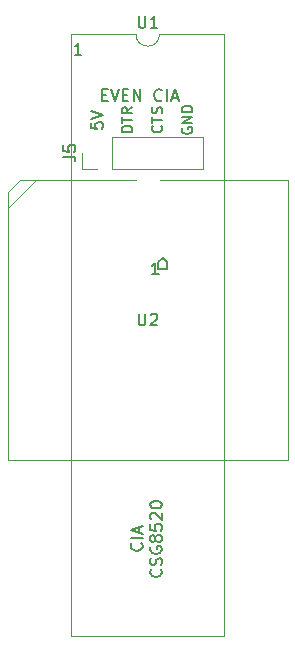
<source format=gto>
G04 #@! TF.GenerationSoftware,KiCad,Pcbnew,(5.1.6-0)*
G04 #@! TF.CreationDate,2023-03-06T07:47:12+01:00*
G04 #@! TF.ProjectId,CIAAdapter,43494141-6461-4707-9465-722e6b696361,rev?*
G04 #@! TF.SameCoordinates,Original*
G04 #@! TF.FileFunction,Legend,Top*
G04 #@! TF.FilePolarity,Positive*
%FSLAX46Y46*%
G04 Gerber Fmt 4.6, Leading zero omitted, Abs format (unit mm)*
G04 Created by KiCad (PCBNEW (5.1.6-0)) date 2023-03-06 07:47:12*
%MOMM*%
%LPD*%
G01*
G04 APERTURE LIST*
%ADD10C,0.200000*%
%ADD11C,0.150000*%
%ADD12C,0.120000*%
G04 APERTURE END LIST*
D10*
X33409333Y-34282071D02*
X33742666Y-34282071D01*
X33885523Y-34805880D02*
X33409333Y-34805880D01*
X33409333Y-33805880D01*
X33885523Y-33805880D01*
X34171238Y-33805880D02*
X34504571Y-34805880D01*
X34837904Y-33805880D01*
X35171238Y-34282071D02*
X35504571Y-34282071D01*
X35647428Y-34805880D02*
X35171238Y-34805880D01*
X35171238Y-33805880D01*
X35647428Y-33805880D01*
X36076000Y-34805880D02*
X36076000Y-33805880D01*
X36647428Y-34805880D01*
X36647428Y-33805880D01*
X38456952Y-34710642D02*
X38409333Y-34758261D01*
X38266476Y-34805880D01*
X38171238Y-34805880D01*
X38028380Y-34758261D01*
X37933142Y-34663023D01*
X37885523Y-34567785D01*
X37837904Y-34377309D01*
X37837904Y-34234452D01*
X37885523Y-34043976D01*
X37933142Y-33948738D01*
X38028380Y-33853500D01*
X38171238Y-33805880D01*
X38266476Y-33805880D01*
X38409333Y-33853500D01*
X38456952Y-33901119D01*
X38885523Y-34805880D02*
X38885523Y-33805880D01*
X39314095Y-34520166D02*
X39790285Y-34520166D01*
X39218857Y-34805880D02*
X39552190Y-33805880D01*
X39885523Y-34805880D01*
D11*
X32472380Y-36639476D02*
X32472380Y-37115666D01*
X32948571Y-37163285D01*
X32900952Y-37115666D01*
X32853333Y-37020428D01*
X32853333Y-36782333D01*
X32900952Y-36687095D01*
X32948571Y-36639476D01*
X33043809Y-36591857D01*
X33281904Y-36591857D01*
X33377142Y-36639476D01*
X33424761Y-36687095D01*
X33472380Y-36782333D01*
X33472380Y-37020428D01*
X33424761Y-37115666D01*
X33377142Y-37163285D01*
X32472380Y-36306142D02*
X33472380Y-35972809D01*
X32472380Y-35639476D01*
X38421428Y-36878357D02*
X38464285Y-36921214D01*
X38507142Y-37049785D01*
X38507142Y-37135500D01*
X38464285Y-37264071D01*
X38378571Y-37349785D01*
X38292857Y-37392642D01*
X38121428Y-37435500D01*
X37992857Y-37435500D01*
X37821428Y-37392642D01*
X37735714Y-37349785D01*
X37650000Y-37264071D01*
X37607142Y-37135500D01*
X37607142Y-37049785D01*
X37650000Y-36921214D01*
X37692857Y-36878357D01*
X37607142Y-36621214D02*
X37607142Y-36106928D01*
X38507142Y-36364071D02*
X37607142Y-36364071D01*
X38464285Y-35849785D02*
X38507142Y-35721214D01*
X38507142Y-35506928D01*
X38464285Y-35421214D01*
X38421428Y-35378357D01*
X38335714Y-35335500D01*
X38250000Y-35335500D01*
X38164285Y-35378357D01*
X38121428Y-35421214D01*
X38078571Y-35506928D01*
X38035714Y-35678357D01*
X37992857Y-35764071D01*
X37950000Y-35806928D01*
X37864285Y-35849785D01*
X37778571Y-35849785D01*
X37692857Y-35806928D01*
X37650000Y-35764071D01*
X37607142Y-35678357D01*
X37607142Y-35464071D01*
X37650000Y-35335500D01*
X35967142Y-37414071D02*
X35067142Y-37414071D01*
X35067142Y-37199785D01*
X35110000Y-37071214D01*
X35195714Y-36985500D01*
X35281428Y-36942642D01*
X35452857Y-36899785D01*
X35581428Y-36899785D01*
X35752857Y-36942642D01*
X35838571Y-36985500D01*
X35924285Y-37071214D01*
X35967142Y-37199785D01*
X35967142Y-37414071D01*
X35067142Y-36642642D02*
X35067142Y-36128357D01*
X35967142Y-36385500D02*
X35067142Y-36385500D01*
X35967142Y-35314071D02*
X35538571Y-35614071D01*
X35967142Y-35828357D02*
X35067142Y-35828357D01*
X35067142Y-35485500D01*
X35110000Y-35399785D01*
X35152857Y-35356928D01*
X35238571Y-35314071D01*
X35367142Y-35314071D01*
X35452857Y-35356928D01*
X35495714Y-35399785D01*
X35538571Y-35485500D01*
X35538571Y-35828357D01*
X40190000Y-37071214D02*
X40147142Y-37156928D01*
X40147142Y-37285500D01*
X40190000Y-37414071D01*
X40275714Y-37499785D01*
X40361428Y-37542642D01*
X40532857Y-37585500D01*
X40661428Y-37585500D01*
X40832857Y-37542642D01*
X40918571Y-37499785D01*
X41004285Y-37414071D01*
X41047142Y-37285500D01*
X41047142Y-37199785D01*
X41004285Y-37071214D01*
X40961428Y-37028357D01*
X40661428Y-37028357D01*
X40661428Y-37199785D01*
X41047142Y-36642642D02*
X40147142Y-36642642D01*
X41047142Y-36128357D01*
X40147142Y-36128357D01*
X41047142Y-35699785D02*
X40147142Y-35699785D01*
X40147142Y-35485500D01*
X40190000Y-35356928D01*
X40275714Y-35271214D01*
X40361428Y-35228357D01*
X40532857Y-35185500D01*
X40661428Y-35185500D01*
X40832857Y-35228357D01*
X40918571Y-35271214D01*
X41004285Y-35356928D01*
X41047142Y-35485500D01*
X41047142Y-35699785D01*
X38163547Y-49029880D02*
X38163547Y-48458452D01*
X38544500Y-48077500D01*
X38925452Y-48458452D01*
X38925452Y-49029880D01*
X38163547Y-49029880D01*
X38195214Y-49474380D02*
X37623785Y-49474380D01*
X37909500Y-49474380D02*
X37909500Y-48474380D01*
X37814261Y-48617238D01*
X37719023Y-48712476D01*
X37623785Y-48760095D01*
X31654714Y-30868880D02*
X31083285Y-30868880D01*
X31369000Y-30868880D02*
X31369000Y-29868880D01*
X31273761Y-30011738D01*
X31178523Y-30106976D01*
X31083285Y-30154595D01*
X36743142Y-72239142D02*
X36790761Y-72286761D01*
X36838380Y-72429619D01*
X36838380Y-72524857D01*
X36790761Y-72667714D01*
X36695523Y-72762952D01*
X36600285Y-72810571D01*
X36409809Y-72858190D01*
X36266952Y-72858190D01*
X36076476Y-72810571D01*
X35981238Y-72762952D01*
X35886000Y-72667714D01*
X35838380Y-72524857D01*
X35838380Y-72429619D01*
X35886000Y-72286761D01*
X35933619Y-72239142D01*
X36838380Y-71810571D02*
X35838380Y-71810571D01*
X36552666Y-71382000D02*
X36552666Y-70905809D01*
X36838380Y-71477238D02*
X35838380Y-71143904D01*
X36838380Y-70810571D01*
X38393142Y-74453428D02*
X38440761Y-74501047D01*
X38488380Y-74643904D01*
X38488380Y-74739142D01*
X38440761Y-74882000D01*
X38345523Y-74977238D01*
X38250285Y-75024857D01*
X38059809Y-75072476D01*
X37916952Y-75072476D01*
X37726476Y-75024857D01*
X37631238Y-74977238D01*
X37536000Y-74882000D01*
X37488380Y-74739142D01*
X37488380Y-74643904D01*
X37536000Y-74501047D01*
X37583619Y-74453428D01*
X38440761Y-74072476D02*
X38488380Y-73929619D01*
X38488380Y-73691523D01*
X38440761Y-73596285D01*
X38393142Y-73548666D01*
X38297904Y-73501047D01*
X38202666Y-73501047D01*
X38107428Y-73548666D01*
X38059809Y-73596285D01*
X38012190Y-73691523D01*
X37964571Y-73882000D01*
X37916952Y-73977238D01*
X37869333Y-74024857D01*
X37774095Y-74072476D01*
X37678857Y-74072476D01*
X37583619Y-74024857D01*
X37536000Y-73977238D01*
X37488380Y-73882000D01*
X37488380Y-73643904D01*
X37536000Y-73501047D01*
X37536000Y-72548666D02*
X37488380Y-72643904D01*
X37488380Y-72786761D01*
X37536000Y-72929619D01*
X37631238Y-73024857D01*
X37726476Y-73072476D01*
X37916952Y-73120095D01*
X38059809Y-73120095D01*
X38250285Y-73072476D01*
X38345523Y-73024857D01*
X38440761Y-72929619D01*
X38488380Y-72786761D01*
X38488380Y-72691523D01*
X38440761Y-72548666D01*
X38393142Y-72501047D01*
X38059809Y-72501047D01*
X38059809Y-72691523D01*
X37916952Y-71929619D02*
X37869333Y-72024857D01*
X37821714Y-72072476D01*
X37726476Y-72120095D01*
X37678857Y-72120095D01*
X37583619Y-72072476D01*
X37536000Y-72024857D01*
X37488380Y-71929619D01*
X37488380Y-71739142D01*
X37536000Y-71643904D01*
X37583619Y-71596285D01*
X37678857Y-71548666D01*
X37726476Y-71548666D01*
X37821714Y-71596285D01*
X37869333Y-71643904D01*
X37916952Y-71739142D01*
X37916952Y-71929619D01*
X37964571Y-72024857D01*
X38012190Y-72072476D01*
X38107428Y-72120095D01*
X38297904Y-72120095D01*
X38393142Y-72072476D01*
X38440761Y-72024857D01*
X38488380Y-71929619D01*
X38488380Y-71739142D01*
X38440761Y-71643904D01*
X38393142Y-71596285D01*
X38297904Y-71548666D01*
X38107428Y-71548666D01*
X38012190Y-71596285D01*
X37964571Y-71643904D01*
X37916952Y-71739142D01*
X37488380Y-70643904D02*
X37488380Y-71120095D01*
X37964571Y-71167714D01*
X37916952Y-71120095D01*
X37869333Y-71024857D01*
X37869333Y-70786761D01*
X37916952Y-70691523D01*
X37964571Y-70643904D01*
X38059809Y-70596285D01*
X38297904Y-70596285D01*
X38393142Y-70643904D01*
X38440761Y-70691523D01*
X38488380Y-70786761D01*
X38488380Y-71024857D01*
X38440761Y-71120095D01*
X38393142Y-71167714D01*
X37583619Y-70215333D02*
X37536000Y-70167714D01*
X37488380Y-70072476D01*
X37488380Y-69834380D01*
X37536000Y-69739142D01*
X37583619Y-69691523D01*
X37678857Y-69643904D01*
X37774095Y-69643904D01*
X37916952Y-69691523D01*
X38488380Y-70262952D01*
X38488380Y-69643904D01*
X37488380Y-69024857D02*
X37488380Y-68929619D01*
X37536000Y-68834380D01*
X37583619Y-68786761D01*
X37678857Y-68739142D01*
X37869333Y-68691523D01*
X38107428Y-68691523D01*
X38297904Y-68739142D01*
X38393142Y-68786761D01*
X38440761Y-68834380D01*
X38488380Y-68929619D01*
X38488380Y-69024857D01*
X38440761Y-69120095D01*
X38393142Y-69167714D01*
X38297904Y-69215333D01*
X38107428Y-69262952D01*
X37869333Y-69262952D01*
X37678857Y-69215333D01*
X37583619Y-69167714D01*
X37536000Y-69120095D01*
X37488380Y-69024857D01*
D12*
X25527000Y-43751500D02*
X27813000Y-41465500D01*
X31690000Y-40509500D02*
X31690000Y-39179500D01*
X33020000Y-40509500D02*
X31690000Y-40509500D01*
X34290000Y-40509500D02*
X34290000Y-37849500D01*
X34290000Y-37849500D02*
X41970000Y-37849500D01*
X34290000Y-40509500D02*
X41970000Y-40509500D01*
X41970000Y-40509500D02*
X41970000Y-37849500D01*
X43734500Y-29150000D02*
X38274500Y-29150000D01*
X43734500Y-80070000D02*
X43734500Y-29150000D01*
X30814500Y-80070000D02*
X43734500Y-80070000D01*
X30814500Y-29150000D02*
X30814500Y-80070000D01*
X36274500Y-29150000D02*
X30814500Y-29150000D01*
X38274500Y-29150000D02*
G75*
G02*
X36274500Y-29150000I-1000000J0D01*
G01*
X36274500Y-41490000D02*
X26424500Y-41490000D01*
X26424500Y-41490000D02*
X25424500Y-42490000D01*
X25424500Y-42490000D02*
X25424500Y-65190000D01*
X25424500Y-65190000D02*
X49124500Y-65190000D01*
X49124500Y-65190000D02*
X49124500Y-41490000D01*
X49124500Y-41490000D02*
X38274500Y-41490000D01*
D11*
X30142380Y-39512833D02*
X30856666Y-39512833D01*
X30999523Y-39560452D01*
X31094761Y-39655690D01*
X31142380Y-39798547D01*
X31142380Y-39893785D01*
X30142380Y-38560452D02*
X30142380Y-39036642D01*
X30618571Y-39084261D01*
X30570952Y-39036642D01*
X30523333Y-38941404D01*
X30523333Y-38703309D01*
X30570952Y-38608071D01*
X30618571Y-38560452D01*
X30713809Y-38512833D01*
X30951904Y-38512833D01*
X31047142Y-38560452D01*
X31094761Y-38608071D01*
X31142380Y-38703309D01*
X31142380Y-38941404D01*
X31094761Y-39036642D01*
X31047142Y-39084261D01*
X36512595Y-27602380D02*
X36512595Y-28411904D01*
X36560214Y-28507142D01*
X36607833Y-28554761D01*
X36703071Y-28602380D01*
X36893547Y-28602380D01*
X36988785Y-28554761D01*
X37036404Y-28507142D01*
X37084023Y-28411904D01*
X37084023Y-27602380D01*
X38084023Y-28602380D02*
X37512595Y-28602380D01*
X37798309Y-28602380D02*
X37798309Y-27602380D01*
X37703071Y-27745238D01*
X37607833Y-27840476D01*
X37512595Y-27888095D01*
X36512595Y-52792380D02*
X36512595Y-53601904D01*
X36560214Y-53697142D01*
X36607833Y-53744761D01*
X36703071Y-53792380D01*
X36893547Y-53792380D01*
X36988785Y-53744761D01*
X37036404Y-53697142D01*
X37084023Y-53601904D01*
X37084023Y-52792380D01*
X37512595Y-52887619D02*
X37560214Y-52840000D01*
X37655452Y-52792380D01*
X37893547Y-52792380D01*
X37988785Y-52840000D01*
X38036404Y-52887619D01*
X38084023Y-52982857D01*
X38084023Y-53078095D01*
X38036404Y-53220952D01*
X37464976Y-53792380D01*
X38084023Y-53792380D01*
M02*

</source>
